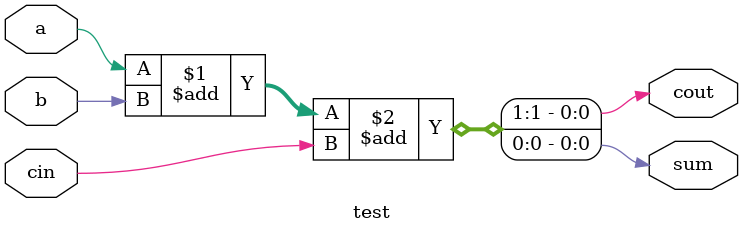
<source format=sv>
`timescale 1ns / 1ps

module test(
    input a,
    input b,
    input cin,
    
    output cout,
    output sum
    );
    
    assign {cout, sum} = a + b + cin;
    
endmodule

</source>
